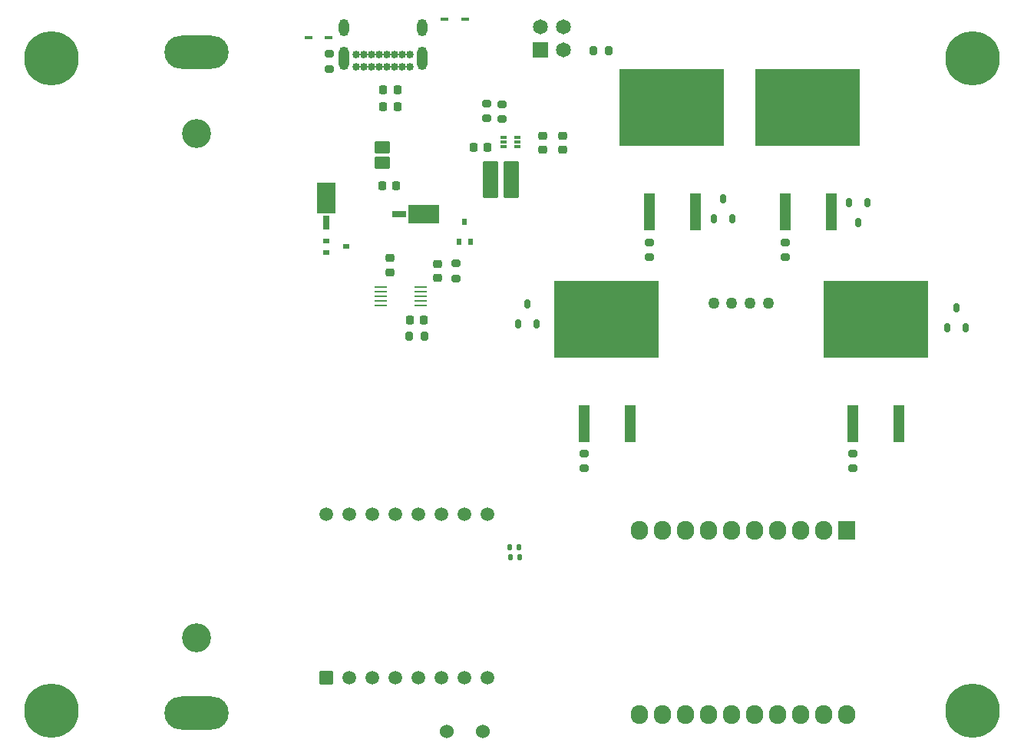
<source format=gbr>
%TF.GenerationSoftware,KiCad,Pcbnew,8.0.0*%
%TF.CreationDate,2025-02-08T12:11:07-03:30*%
%TF.ProjectId,H_Bridges,485f4272-6964-4676-9573-2e6b69636164,rev?*%
%TF.SameCoordinates,Original*%
%TF.FileFunction,Soldermask,Top*%
%TF.FilePolarity,Negative*%
%FSLAX46Y46*%
G04 Gerber Fmt 4.6, Leading zero omitted, Abs format (unit mm)*
G04 Created by KiCad (PCBNEW 8.0.0) date 2025-02-08 12:11:07*
%MOMM*%
%LPD*%
G01*
G04 APERTURE LIST*
G04 Aperture macros list*
%AMRoundRect*
0 Rectangle with rounded corners*
0 $1 Rounding radius*
0 $2 $3 $4 $5 $6 $7 $8 $9 X,Y pos of 4 corners*
0 Add a 4 corners polygon primitive as box body*
4,1,4,$2,$3,$4,$5,$6,$7,$8,$9,$2,$3,0*
0 Add four circle primitives for the rounded corners*
1,1,$1+$1,$2,$3*
1,1,$1+$1,$4,$5*
1,1,$1+$1,$6,$7*
1,1,$1+$1,$8,$9*
0 Add four rect primitives between the rounded corners*
20,1,$1+$1,$2,$3,$4,$5,0*
20,1,$1+$1,$4,$5,$6,$7,0*
20,1,$1+$1,$6,$7,$8,$9,0*
20,1,$1+$1,$8,$9,$2,$3,0*%
G04 Aperture macros list end*
%ADD10RoundRect,0.200000X0.275000X-0.200000X0.275000X0.200000X-0.275000X0.200000X-0.275000X-0.200000X0*%
%ADD11R,1.244600X4.064000*%
%ADD12R,11.531600X8.559800*%
%ADD13R,1.358900X0.279400*%
%ADD14C,3.400000*%
%ADD15C,6.000000*%
%ADD16R,0.500000X0.750000*%
%ADD17RoundRect,0.200000X-0.275000X0.200000X-0.275000X-0.200000X0.275000X-0.200000X0.275000X0.200000X0*%
%ADD18R,2.082800X3.429000*%
%ADD19R,0.711200X1.524000*%
%ADD20RoundRect,0.135000X0.135000X0.185000X-0.135000X0.185000X-0.135000X-0.185000X0.135000X-0.185000X0*%
%ADD21RoundRect,0.225000X0.225000X0.250000X-0.225000X0.250000X-0.225000X-0.250000X0.225000X-0.250000X0*%
%ADD22C,3.200000*%
%ADD23O,7.084000X3.644000*%
%ADD24RoundRect,0.225000X-0.225000X-0.250000X0.225000X-0.250000X0.225000X0.250000X-0.225000X0.250000X0*%
%ADD25RoundRect,0.150000X0.150000X-0.350000X0.150000X0.350000X-0.150000X0.350000X-0.150000X-0.350000X0*%
%ADD26C,0.854000*%
%ADD27O,1.104000X1.904000*%
%ADD28O,1.104000X2.604000*%
%ADD29R,1.900000X2.100000*%
%ADD30O,1.900000X2.100000*%
%ADD31R,0.670001X0.299999*%
%ADD32C,1.524000*%
%ADD33RoundRect,0.200000X0.200000X0.275000X-0.200000X0.275000X-0.200000X-0.275000X0.200000X-0.275000X0*%
%ADD34RoundRect,0.102000X0.654000X-0.654000X0.654000X0.654000X-0.654000X0.654000X-0.654000X-0.654000X0*%
%ADD35C,1.512000*%
%ADD36RoundRect,0.225000X0.250000X-0.225000X0.250000X0.225000X-0.250000X0.225000X-0.250000X-0.225000X0*%
%ADD37RoundRect,0.225000X-0.250000X0.225000X-0.250000X-0.225000X0.250000X-0.225000X0.250000X0.225000X0*%
%ADD38R,3.429000X2.082800*%
%ADD39R,1.524000X0.711200*%
%ADD40R,1.651000X1.651000*%
%ADD41C,1.651000*%
%ADD42R,0.812800X0.355600*%
%ADD43RoundRect,0.200000X-0.200000X-0.275000X0.200000X-0.275000X0.200000X0.275000X-0.200000X0.275000X0*%
%ADD44RoundRect,0.102000X-0.735000X0.600000X-0.735000X-0.600000X0.735000X-0.600000X0.735000X0.600000X0*%
%ADD45RoundRect,0.150000X-0.150000X0.350000X-0.150000X-0.350000X0.150000X-0.350000X0.150000X0.350000X0*%
%ADD46R,0.750000X0.500000*%
%ADD47RoundRect,0.102000X-0.750000X-1.900000X0.750000X-1.900000X0.750000X1.900000X-0.750000X1.900000X0*%
%ADD48C,1.270000*%
G04 APERTURE END LIST*
D10*
%TO.C,R1*%
X166640750Y-74165750D03*
X166640750Y-72515750D03*
%TD*%
D11*
%TO.C,Q3*%
X151600750Y-69177050D03*
D12*
X154089950Y-57658150D03*
D11*
X156680750Y-69177050D03*
%TD*%
D13*
%TO.C,U2*%
X126392350Y-79500001D03*
X126392350Y-78999999D03*
X126392350Y-78500000D03*
X126392350Y-78000001D03*
X126392350Y-77499999D03*
X121985450Y-77499999D03*
X121985450Y-78000001D03*
X121985450Y-78500000D03*
X121985450Y-78999999D03*
X121985450Y-79500001D03*
%TD*%
D14*
%TO.C,H4*%
X187300000Y-124200000D03*
D15*
X187300000Y-124200000D03*
%TD*%
D16*
%TO.C,Q9*%
X130600000Y-72450000D03*
X131900000Y-72450000D03*
X131250000Y-70250000D03*
%TD*%
D14*
%TO.C,H1*%
X187300000Y-52250000D03*
D15*
X187300000Y-52250000D03*
%TD*%
D10*
%TO.C,R4*%
X144440750Y-97465750D03*
X144440750Y-95815750D03*
%TD*%
%TO.C,R2*%
X174100000Y-97475000D03*
X174100000Y-95825000D03*
%TD*%
D17*
%TO.C,R14*%
X116300000Y-51745000D03*
X116300000Y-53395000D03*
%TD*%
D18*
%TO.C,D10*%
X115997500Y-67647500D03*
D19*
X115997500Y-70327200D03*
%TD*%
D11*
%TO.C,Q2*%
X174100750Y-92566950D03*
D12*
X176589950Y-81048050D03*
D11*
X179180750Y-92566950D03*
%TD*%
D20*
%TO.C,R10*%
X137310000Y-107300000D03*
X136290000Y-107300000D03*
%TD*%
D14*
%TO.C,H3*%
X85700000Y-124200000D03*
D15*
X85700000Y-124200000D03*
%TD*%
D21*
%TO.C,C2*%
X126775000Y-81150000D03*
X125225000Y-81150000D03*
%TD*%
D22*
%TO.C,BT1*%
X101700000Y-116170000D03*
X101700000Y-60560000D03*
D23*
X101700000Y-124450000D03*
X101700000Y-51550000D03*
%TD*%
D14*
%TO.C,H2*%
X85700000Y-52250000D03*
D15*
X85700000Y-52250000D03*
%TD*%
D24*
%TO.C,C5*%
X122275000Y-57530000D03*
X123825000Y-57530000D03*
%TD*%
D17*
%TO.C,R3*%
X151600000Y-72515750D03*
X151600000Y-74165750D03*
%TD*%
D25*
%TO.C,D4*%
X137170000Y-81550000D03*
X139230000Y-81550000D03*
X138200000Y-79350000D03*
%TD*%
D26*
%TO.C,J2*%
X125225000Y-53180000D03*
X124375000Y-53180000D03*
X123525000Y-53180000D03*
X122675000Y-53180000D03*
X121825000Y-53180000D03*
X120975000Y-53180000D03*
X120125000Y-53180000D03*
X119275000Y-53180000D03*
X119275000Y-51830000D03*
X120125000Y-51830000D03*
X120975000Y-51830000D03*
X121825000Y-51830000D03*
X122675000Y-51830000D03*
X123525000Y-51830000D03*
X124375000Y-51830000D03*
X125225000Y-51830000D03*
D27*
X126575000Y-48820000D03*
X117925000Y-48820000D03*
D28*
X126575000Y-52200000D03*
X117925000Y-52200000D03*
%TD*%
D29*
%TO.C,U1*%
X173390000Y-104300000D03*
D30*
X170850000Y-104300000D03*
X168310000Y-104300000D03*
X165770000Y-104300000D03*
X163230000Y-104300000D03*
X160690000Y-104300000D03*
X158150000Y-104300000D03*
X155610000Y-104300000D03*
X153070000Y-104300000D03*
X150530000Y-104300000D03*
X150530000Y-124620000D03*
X153070000Y-124620000D03*
X155610000Y-124620000D03*
X158150000Y-124620000D03*
X160690000Y-124620000D03*
X163230000Y-124620000D03*
X165770000Y-124620000D03*
X168310000Y-124620000D03*
X170850000Y-124620000D03*
X173390000Y-124620000D03*
%TD*%
D31*
%TO.C,U3*%
X135559999Y-60950832D03*
X135559999Y-61450831D03*
X135559999Y-61950833D03*
X137040001Y-61950833D03*
X137040001Y-61450831D03*
X137040001Y-60950832D03*
%TD*%
D11*
%TO.C,Q4*%
X144400750Y-92566950D03*
D12*
X146889950Y-81048050D03*
D11*
X149480750Y-92566950D03*
%TD*%
%TO.C,Q1*%
X166600750Y-69177050D03*
D12*
X169089950Y-57658150D03*
D11*
X171680750Y-69177050D03*
%TD*%
D17*
%TO.C,R15*%
X135400000Y-57275000D03*
X135400000Y-58925000D03*
%TD*%
D20*
%TO.C,R9*%
X137260000Y-106150000D03*
X136240000Y-106150000D03*
%TD*%
D21*
%TO.C,C8*%
X133800000Y-62050834D03*
X132250000Y-62050834D03*
%TD*%
D32*
%TO.C,LS1*%
X129250000Y-126450000D03*
X133250000Y-126450000D03*
%TD*%
D33*
%TO.C,R12*%
X126825000Y-82900000D03*
X125175000Y-82900000D03*
%TD*%
D34*
%TO.C,U4*%
X116000000Y-120600000D03*
D35*
X118540000Y-120600000D03*
X121080000Y-120600000D03*
X123620000Y-120600000D03*
X126160000Y-120600000D03*
X128700000Y-120600000D03*
X131240000Y-120600000D03*
X133780000Y-120600000D03*
X133780000Y-102566000D03*
X131240000Y-102566000D03*
X128700000Y-102566000D03*
X126160000Y-102566000D03*
X123620000Y-102566000D03*
X121080000Y-102566000D03*
X118540000Y-102566000D03*
X116000000Y-102566000D03*
%TD*%
D36*
%TO.C,C1*%
X128275566Y-76475834D03*
X128275566Y-74925834D03*
%TD*%
D10*
%TO.C,R16*%
X133700000Y-58875834D03*
X133700000Y-57225834D03*
%TD*%
D37*
%TO.C,C9*%
X142100000Y-60775834D03*
X142100000Y-62325834D03*
%TD*%
D25*
%TO.C,D1*%
X184470000Y-81930000D03*
X186530000Y-81930000D03*
X185500000Y-79730000D03*
%TD*%
D38*
%TO.C,D11*%
X126720700Y-69450000D03*
D39*
X124041000Y-69450000D03*
%TD*%
D40*
%TO.C,LED1*%
X139611000Y-51267200D03*
D41*
X142151000Y-51267200D03*
X139611000Y-48727200D03*
X142151000Y-48727200D03*
%TD*%
D25*
%TO.C,D3*%
X158710750Y-69940750D03*
X160770750Y-69940750D03*
X159740750Y-67740750D03*
%TD*%
D42*
%TO.C,D14*%
X116267600Y-49920000D03*
X114032400Y-49920000D03*
%TD*%
D43*
%TO.C,R17*%
X145475000Y-51350000D03*
X147125000Y-51350000D03*
%TD*%
D44*
%TO.C,FB1*%
X122200000Y-62050000D03*
X122200000Y-63770000D03*
%TD*%
D45*
%TO.C,D2*%
X175700750Y-68140750D03*
X173640750Y-68140750D03*
X174670750Y-70340750D03*
%TD*%
D46*
%TO.C,Q10*%
X116000000Y-72350000D03*
X116000000Y-73650000D03*
X118200000Y-73000000D03*
%TD*%
D24*
%TO.C,C4*%
X122275000Y-55680000D03*
X123825000Y-55680000D03*
%TD*%
%TO.C,C6*%
X122175000Y-66260000D03*
X123725000Y-66260000D03*
%TD*%
D36*
%TO.C,C3*%
X123000000Y-75825000D03*
X123000000Y-74275000D03*
%TD*%
D10*
%TO.C,R11*%
X130275566Y-76500834D03*
X130275566Y-74850834D03*
%TD*%
D42*
%TO.C,D12*%
X129042400Y-47940000D03*
X131277600Y-47940000D03*
%TD*%
D37*
%TO.C,C7*%
X139900000Y-60775834D03*
X139900000Y-62325834D03*
%TD*%
D47*
%TO.C,L1*%
X134100000Y-65600000D03*
X136400000Y-65600000D03*
%TD*%
D48*
%TO.C,J1*%
X164735849Y-79223350D03*
X162735850Y-79223350D03*
X160735849Y-79223350D03*
X158735851Y-79223350D03*
%TD*%
M02*

</source>
